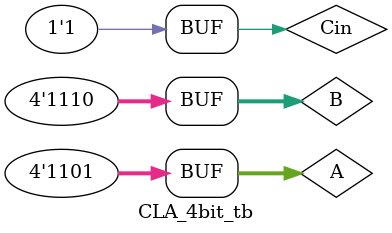
<source format=v>
`timescale 1ns / 1ps



module CLA_4bit_tb;
    reg [3:0] A,B; reg Cin;
    wire [3:0] Sum;
    wire [4:0]Cout;

    CLA_4bit M (.a(A),.b(B),.cin(Cin),.sum(Sum),.cout(Cout));  

    initial 
    begin
        A   = 4'b0;
        B   = 4'b0;
        Cin = 4'b0;
        
       #100; // Wait 100 ns for global reset to finish
         A   = 4'b1010;
         B   = 4'b0110;
         Cin = 4'b0;
       
        #20;
          A   = 4'b1101;
          B   = 4'b1110;
          Cin = 4'b1;               
      end
endmodule

</source>
